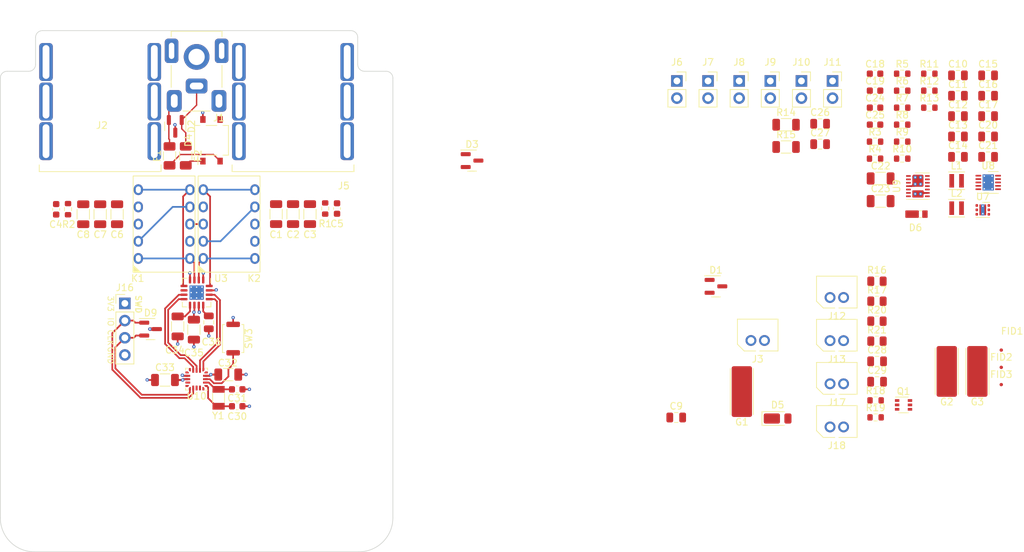
<source format=kicad_pcb>
(kicad_pcb (version 20221018) (generator pcbnew)
  (title_block (date "2023-01-12"))
  (layers (0 "F.Cu" mixed) (1 "In1.Cu" power) (2 "In2.Cu" power) (31 "B.Cu" mixed) (34 "B.Paste" user) (35 "F.Paste" user) (36 "B.SilkS" user "B.Silkscreen") (37 "F.SilkS" user "F.Silkscreen") (38 "B.Mask" user) (39 "F.Mask" user) (44 "Edge.Cuts" user))
  (net 0 "")
  (net 1 "+3V3")
  (net 2 "GND")
  (net 3 "/Input Output/AUDIO_OUT")
  (net 4 "AUDIO_IN_FILT")
  (net 5 "/Input Output/AUDIO_IN")
  (net 6 "DC_IN")
  (net 7 "/Power/V_SW_D2")
  (net 8 "+Vsw")
  (net 9 "-Vsw")
  (net 10 "+9V")
  (net 11 "-9V")
  (net 12 "AUDIO_OUT_FILT")
  (net 13 "Net-(U3-VCP)")
  (net 14 "/Input Output/DC_IN-")
  (net 15 "/Power/VBYPP")
  (net 16 "/Power/VBYPN")
  (net 17 "V_FTSW_A")
  (net 18 "V_FTSW_B")
  (net 19 "Net-(U3-VINT)")
  (net 21 "/Input Output/DC_IN_FUSED+")
  (net 22 "/Input Output/DC_IN_FUSED-")
  (net 23 "/Input Output/DC_IN+")
  (net 24 "/Input Output/BATT_SW_A")
  (net 25 "/Input Output/BATT_SW_B")
  (net 26 "AUDIO_IN_A")
  (net 27 "AUDIO_IN_B")
  (net 28 "/Power/FB2")
  (net 29 "/Power/FB1")
  (net 30 "/Power/+9VREG_FBP")
  (net 31 "/Power/-9VREG_FBN")
  (net 32 "AUDIO_OUT_A")
  (net 33 "AUDIO_OUT_B")
  (net 34 "/Footswitches/V_FTSW_RAW_A")
  (net 35 "/Footswitches/V_FTSW_RAW_B")
  (net 36 "/Footswitches/V_LEDB")
  (net 37 "/Footswitches/V_LEDA")
  (net 38 "VLED1")
  (net 39 "Net-(Q1B-D)")
  (net 40 "VLED2")
  (net 41 "Net-(Q1A-D)")
  (net 42 "Net-(U8-VREF)")
  (net 44 "/Switching/AUDIO_A_TO_B")
  (net 45 "/Power/VSW1")
  (net 46 "/Power/VSW2")
  (net 47 "/Power/5VREG_FB")
  (net 48 "Net-(U10-PC14)")
  (net 49 "Net-(U10-PC15)")
  (net 50 "/Microcontroller/K1_COIL_B")
  (net 51 "/Microcontroller/K1_COIL_A")
  (net 52 "SWDIO")
  (net 53 "/Microcontroller/K2_COIL_B")
  (net 54 "/Microcontroller/K2_COIL_A")
  (net 56 "/Microcontroller/H-BRIDGE1_IN1")
  (net 57 "/Microcontroller/H-BRIDGE1_IN2")
  (net 58 "RST")
  (net 59 "/Microcontroller/H-BRIDGE2_IN1")
  (net 60 "/Microcontroller/H-BRIDGE2_IN2")
  (net 61 "-9V_EN")
  (net 63 "/Switching/BYPASS_1")
  (net 64 "/Switching/BYPASS_2")
  (net 65 "SWDCK")
  (net 66 "+9V_EN")
  (footprint "Package_TO_SOT_SMD:SOT-23" (layer "F.Cu") (at 168.7 88.2)
    (fp_text reference "D3")
    (fp_text value "PESD12VL2BT,215")
  )
  (footprint "Capacitor_SMD:C_1206_3216Metric" (layer "F.Cu") (at 132.675 119.82 180)
    (fp_text reference "C32")
    (fp_text value "100nF")
  )
  (footprint "Capacitor_SMD:C_1206_3216Metric" (layer "F.Cu") (at 125.2 112.7 -90)
    (fp_text reference "C34")
    (fp_text value "10nF")
  )
  (footprint "Fuse:Fuse_1206_3216Metric" (layer "F.Cu") (at 124 87.5 90)
    (fp_text reference "F1")
    (fp_text value "PPTC")
  )
  (footprint "Capacitor_SMD:C_0805_2012Metric" (layer "F.Cu") (at 129.8 112.1 -90)
    (fp_text reference "C36")
    (fp_text value "22μF")
  )
  (footprint "Library:L_Taiyo-Yuden_NR-24xx" (layer "F.Cu") (at 240.3 91.18)
    (fp_text reference "L1")
    (fp_text value "15μH")
  )
  (footprint "Resistor_SMD:R_0603_1608Metric" (layer "F.Cu") (at 228.25 85.4)
    (fp_text reference "R3")
    (fp_text value "62kΩ")
  )
  (footprint "Capacitor_SMD:C_0805_2012Metric" (layer "F.Cu") (at 240.5 87.65)
    (fp_text reference "C14")
    (fp_text value "22μF")
  )
  (footprint "Resistor_SMD:R_0603_1608Metric" (layer "F.Cu") (at 232.26 77.87)
    (fp_text reference "R6")
    (fp_text value "62kΩ")
  )
  (footprint "Package_DFN_QFN:DFN-10-1EP_3x3mm_P0.5mm_EP1.65x2.38mm_ThermalVias" (layer "F.Cu") (at 244.97 91.43)
    (fp_text reference "U8")
    (fp_text value "LT3463")
  )
  (footprint "Library:Harwin_EMI_Finger_S7061-46R" (layer "F.Cu") (at 238.845 119.35)
    (fp_text reference "G2")
    (fp_text value "Chassis")
  )
  (footprint "Capacitor_SMD:C_1206_3216Metric" (layer "F.Cu") (at 123.325 120.62)
    (fp_text reference "C33")
    (fp_text value "100nF")
  )
  (footprint "Capacitor_SMD:C_0603_1608Metric" (layer "F.Cu") (at 148.75 95.28 -90)
    (fp_text reference "C5")
    (fp_text value "6pF")
  )
  (footprint "Crystal:Crystal_SMD_3215-2Pin_3.2x1.5mm" (layer "F.Cu") (at 131.25 123.25 -90)
    (fp_text reference "Y1")
    (fp_text value "830054236")
  )
  (footprint "Connector_PinSocket_2.54mm:PinSocket_1x02_P2.54mm_Vertical" (layer "F.Cu") (at 198.97 76.43)
    (fp_text reference "J6")
    (fp_text value "2P_HEADER")
  )
  (footprint "Fiducial:Fiducial_0.5mm_Mask1mm" (layer "F.Cu") (at 246.9 121.3)
    (fp_text reference "FID3")
    (fp_text value "Fiducial")
  )
  (footprint "Resistor_SMD:R_0603_1608Metric" (layer "F.Cu") (at 147 95.28 90)
    (fp_text reference "R1")
    (fp_text value "49.9kΩ")
  )
  (footprint "Library:TE_HPI_2.0MM_PITCH_MALE_HEADER_2POS" (layer "F.Cu") (at 222.6 122.93)
    (fp_text reference "J17")
    (fp_text value "6-440054-2")
  )
  (footprint "Capacitor_SMD:C_0603_1608Metric" (layer "F.Cu") (at 134 124.5)
    (fp_text reference "C30")
    (fp_text value "6pF")
  )
  (footprint "Library:Panasonic_TQ2-L2-5V" (layer "F.Cu") (at 132.8 97.58 90)
    (fp_text reference "K2")
    (fp_text value "TQ2-L2-3V3")
  )
  (footprint "Capacitor_SMD:C_1206_3216Metric" (layer "F.Cu") (at 113.750001 96.124999 -90)
    (fp_text reference "C7")
    (fp_text value "330nF")
  )
  (footprint "Package_DFN_QFN:Texas_S-PWQFN-N16_EP2.1x2.1mm_ThermalVias" (layer "F.Cu") (at 128 107.7 -90)
    (fp_text reference "U3")
    (fp_text value "DRV8833RTY")
  )
  (footprint "Capacitor_SMD:C_0805_2012Metric" (layer "F.Cu") (at 220.13 82.76)
    (fp_text reference "C26")
    (fp_text value "22μF")
  )
  (footprint "Capacitor_SMD:C_0805_2012Metric" (layer "F.Cu") (at 244.95 81.63)
    (fp_text reference "C17")
    (fp_text value "22μF")
  )
  (footprint "Fiducial:Fiducial_0.5mm_Mask1mm" (layer "F.Cu") (at 246.9 116.2)
    (fp_text reference "FID1")
    (fp_text value "Fiducial")
  )
  (footprint "Resistor_SMD:R_0603_1608Metric" (layer "F.Cu") (at 109.000001 95.375 -90)
    (fp_text reference "R2")
    (fp_text value "1MΩ")
  )
  (footprint "Capacitor_SMD:C_0603_1608Metric" (layer "F.Cu") (at 228.25 77.87)
    (fp_text reference "C19")
    (fp_text value "10nF")
  )
  (footprint "Resistor_SMD:R_0603_1608Metric" (layer "F.Cu") (at 236.27 77.87)
    (fp_text reference "R12")
    (fp_text value "78.7kΩ")
  )
  (footprint "Connector_PinSocket_2.54mm:PinSocket_1x02_P2.54mm_Vertical" (layer "F.Cu") (at 217.37 76.43)
    (fp_text reference "J10")
    (fp_text value "2P_HEADER")
  )
  (footprint "Capacitor_SMD:C_0805_2012Metric" (layer "F.Cu") (at 220.13 85.77)
    (fp_text reference "C27")
    (fp_text value "22μF")
  )
  (footprint "Package_TO_SOT_SMD:SOT-23" (layer "F.Cu") (at 121.2 113.1)
    (fp_text reference "D9")
    (fp_text value "PESD12VL2BT,215")
  )
  (footprint "Capacitor_SMD:C_0805_2012Metric" (layer "F.Cu") (at 244.95 87.65)
    (fp_text reference "C21")
    (fp_text value "22μF")
  )
  (footprint "Library:DE14MA" (layer "F.Cu") (at 234.58 91.975)
    (fp_text reference "U9")
    (fp_text value "LT3032")
  )
  (footprint "Library:Amphenol_ACJS-IHS" (layer "F.Cu") (at 142.25 79.83)
    (fp_text reference "J5")
    (fp_text value "1/4\" JACK, STEREO")
  )
  (footprint "Library:Harwin_EMI_Finger_S7061-46R" (layer "F.Cu") (at 208.565 122.33)
    (fp_text reference "G1")
    (fp_text value "Chassis")
  )
  (footprint "Resistor_SMD:R_0805_2012Metric" (layer "F.Cu") (at 228.53 111.93)
    (fp_text reference "R20")
    (fp_text value "47Ω")
  )
  (footprint "Capacitor_SMD:C_1206_3216Metric" (layer "F.Cu") (at 229.07 94.19)
    (fp_text reference "C23")
    (fp_text value "100nF")
  )
  (footprint "Resistor_SMD:R_0603_1608Metric" (layer "F.Cu") (at 232.26 82.89)
    (fp_text reference "R8")
    (fp_text value "62kΩ")
  )
  (footprint "Resistor_SMD:R_0805_2012Metric" (layer "F.Cu") (at 228.53 108.98)
    (fp_text reference "R17")
    (fp_text value "47Ω")
  )
  (footprint "Capacitor_SMD:C_0603_1608Metric" (layer "F.Cu") (at 228.25 75.36)
    (fp_text reference "C18")
    (fp_text value "10nF")
  )
  (footprint "Capacitor_SMD:C_0603_1608Metric" (layer "F.Cu") (at 228.25 80.38)
    (fp_text reference "C24")
    (fp_text value "10nF")
  )
  (footprint "Resistor_SMD:R_1206_3216Metric" (layer "F.Cu") (at 215.1 82.9)
    (fp_text reference "R14")
    (fp_text value "0Ω")
  )
  (footprint "Capacitor_SMD:C_1206_3216Metric" (layer "F.Cu") (at 144.75 96.105 90)
    (fp_text reference "C3")
    (fp_text value "330nF")
  )
  (footprint "Fiducial:Fiducial_0.5mm_Mask1mm" (layer "F.Cu") (at 246.9 118.75)
    (fp_text reference "FID2")
    (fp_text value "Fiducial")
  )
  (footprint "Capacitor_SMD:C_1206_3216Metric" (layer "F.Cu") (at 111.250002 96.125 -90)
    (fp_text reference "C8")
    (fp_text value "330nF")
  )
  (footprint "Capacitor_SMD:C_1206_3216Metric" (layer "F.Cu") (at 229.07 90.84)
    (fp_text reference "C22")
    (fp_text value "100nF")
  )
  (footprint "Package_TO_SOT_SMD:TO-269AA" (layer "F.Cu") (at 130.2 85.2 90)
    (fp_text reference "D4")
    (fp_text value "FULL BRIDGE")
  )
  (footprint "Capacitor_SMD:C_0805_2012Metric" (layer "F.Cu") (at 244.95 75.61)
    (fp_text reference "C15")
    (fp_text value "22μF")
  )
  (footprint "Package_TO_SOT_SMD:SOT-363_SC-70-6" (layer "F.Cu") (at 232.46 124.3)
    (fp_text reference "Q1")
    (fp_text value "Q_Dual_NMOS_S1G1D2S2G2D1")
  )
  (footprint "Capacitor_SMD:C_0603_1608Metric" (layer "F.Cu") (at 134 122)
    (fp_text reference "C31")
    (fp_text value "6pF")
  )
  (footprint "Resistor_SMD:R_0805_2012Metric" (layer "F.Cu") (at 228.53 106.03)
    (fp_text reference "R16")
    (fp_text value "47Ω")
  )
  (footprint "Capacitor_SMD:C_0805_2012Metric" (layer "F.Cu") (at 244.95 84.64)
    (fp_text reference "C20")
    (fp_text value "22μF")
  )
  (footprint "Resistor_SMD:R_0603_1608Metric" (layer "F.Cu") (at 232.26 85.4)
    (fp_text reference "R9")
    (fp_text value "499kΩ")
  )
  (footprint "Connector_PinSocket_2.54mm:PinSocket_1x02_P2.54mm_Vertical" (layer "F.Cu") (at 221.97 76.43)
    (fp_text reference "J11")
    (fp_text value "2P_HEADER")
  )
  (footprint "Library:L_Taiyo-Yuden_NR-24xx" (layer "F.Cu") (at 240.3 95.23)
    (fp_text reference "L2")
    (fp_text value "15μH")
  )
  (footprint "Capacitor_SMD:C_0805_2012Metric" (layer "F.Cu") (at 228.55 120.87)
    (fp_text reference "C29")
    (fp_text value "22μF")
  )
  (footprint "Resistor_SMD:R_1206_3216Metric" (layer "F.Cu") (at 215.1 86.19)
    (fp_text reference "R15")
    (fp_text value "0Ω")
  )
  (footprint "Resistor_SMD:R_0603_1608Metric" (layer "F.Cu") (at 236.27 75.36)
    (fp_text reference "R11")
    (fp_text value "78.7kΩ")
  )
  (footprint "Resistor_SMD:R_0603_1608Metric" (layer "F.Cu") (at 232.26 75.36)
    (fp_text reference "R5")
    (fp_text value "62kΩ")
  )
  (footprint "Library:Panasonic_TQ2-L2-5V" (layer "F.Cu") (at 123.2 97.58 90)
    (fp_text reference "K1")
    (fp_text value "TQ2-L2-3V3")
  )
  (footprint "Button_Switch_SMD:SW_Push_SPST_NO_Alps_SKRK" (layer "F.Cu") (at 133.4 114.5 -90)
    (fp_text reference "SW3")
    (fp_text value "SW_DIP_x01")
  )
  (footprint "Package_TO_SOT_SMD:SOT-23" (layer "F.Cu") (at 204.74 106.78)
    (fp_text reference "D1")
    (fp_text value "PESD12VL2BT,215")
  )
  (footprint "Capacitor_SMD:C_1206_3216Metric" (layer "F.Cu") (at 116.25 96.125 -90)
    (fp_text reference "C6")
    (fp_text value "330nF")
  )
  (footprint "Diode_SMD:D_PowerDI-123" (layer "F.Cu") (at 213.85 126.31)
    (fp_text reference "D5")
    (fp_text value "DFLZ13Q-7")
  )
  (footprint "Fuse:Fuse_1206_3216Metric" (layer "F.Cu") (at 126.4 87.5 90)
    (fp_text reference "F2")
    (fp_text value "PPTC")
  )
  (footprint "Connector_PinSocket_2.54mm:PinSocket_1x02_P2.54mm_Vertical" (layer "F.Cu") (at 208.17 76.43)
    (fp_text reference "J8")
    (fp_text value "2P_HEADER")
  )
  (footprint "Capacitor_SMD:C_0805_2012Metric" (layer "F.Cu") (at 244.95 78.62)
    (fp_text reference "C16")
    (fp_text value "22μF")
  )
  (footprint "Resistor_SMD:R_0805_2012Metric" (layer "F.Cu") (at 228.53 114.88)
    (fp_text reference "R21")
    (fp_text value "47Ω")
  )
  (footprint "Library:TE_HPI_2.0MM_PITCH_MALE_HEADER_2POS" (layer "F.Cu") (at 222.6 110.18)
    (fp_text reference "J12")
    (fp_text value "6-440054-2")
  )
  (footprint "Resistor_SMD:R_0603_1608Metric" (layer "F.Cu") (at 232.26 80.38)
    (fp_text reference "R7")
    (fp_text value "499kΩ")
  )
  (footprint "Package_TO_SOT_SMD:SOT-23" (layer "F.Cu") (at 124.85 83.1375 -90)
    (fp_text reference "D2")
    (fp_text value "PESD12VL2BT,215")
  )
  (footprint "Capacitor_SMD:C_0805_2012Metric" (layer "F.Cu") (at 198.87 126.16)
    (fp_text reference "C9")
    (fp_text value "22μF")
  )
  (footprint "Library:Amphenol_ACJS-IHS" (layer "F.Cu") (at 113.75 79.83)
    (fp_text reference "J2")
    (fp_text value "1/4\" JACK, STEREO")
  )
  (footprint "Capacitor_SMD:C_0805_2012Metric" (layer "F.Cu") (at 240.5 84.64)
    (fp_text reference "C13")
    (fp_text value "22μF")
  )
  (footprint "Resistor_SMD:R_0603_1608Metric" (layer "F.Cu") (at 236.27 80.38)
    (fp_text reference "R13")
    (fp_text value "499kΩ")
  )
  (footprint "Connector_PinHeader_2.54mm:PinHeader_1x04_P2.54mm_Vertical" (layer "F.Cu") (at 117.4 109.3)
    (fp_text reference "J16")
    (fp_text value "Conn_01x04_Pin")
  )
  (footprint "Capacitor_SMD:C_0805_2012Metric" (layer "F.Cu") (at 228.55 117.86)
    (fp_text reference "C28")
    (fp_text value "22μF")
  )
  (footprint "Connector_PinSocket_2.54mm:PinSocket_1x02_P2.54mm_Vertical" (layer "F.Cu") (at 212.77 76.43)
    (fp_text reference "J9")
    (fp_text value "2P_HEADER")
  )
  (footprint "Capacitor_SMD:C_0805_2012Metric" (layer "F.Cu") (at 240.5 78.62)
    (fp_text reference "C11")
    (fp_text value "22μF")
  )
  (footprint "Library:TE_HPI_2.0MM_PITCH_MALE_HEADER_2POS" (layer "F.Cu") (at 210.91 116.53)
    (fp_text reference "J3")
    (fp_text value "6-440054-2")
  )
  (footprint "Package_SON:WSON-6-1EP_2x2mm_P0.65mm_EP1x1.6mm_ThermalVias" (layer "F.Cu") (at 244.17 95.48)
    (fp_text reference "U7")
    (fp_text value "TLV767")
  )
  (footprint "Connector_PinSocket_2.54mm:PinSocket_1x02_P2.54mm_Vertical" (layer "F.Cu") (at 203.57 76.43)
    (fp_text reference "J7")
    (fp_text value "2P_HEADER")
  )
  (footprint "Capacitor_SMD:C_0805_2012Metric" (layer "F.Cu") (at 240.5 81.63)
    (fp_text reference "C12")
    (fp_text value "22μF")
  )
  (footprint "Capacitor_SMD:C_1206_3216Metric" (layer "F.Cu") (at 127.6 113.175 90)
    (fp_text reference "C35")
    (fp_text value "100nF")
  )
  (footprint "Capacitor_SMD:C_1206_3216Metric" (layer "F.Cu") (at 142.25 96.105 90)
    (fp_text reference "C2")
    (fp_text value "330nF")
  )
  (footprint "Resistor_SMD:R_0603_1608Metric" (layer "F.Cu") (at 228.33 123.63)
    (fp_text reference "R18")
    (fp_text value "10kΩ")
  )
  (footprint "Capacitor_SMD:C_0805_2012Metric" (layer "F.Cu") (at 240.5 75.61)
    (fp_text reference "C10")
    (fp_text value "22μF")
  )
  (footprint "Resistor_SMD:R_0603_1608Metric" (layer "F.Cu") (at 232.26 87.91)
    (fp_text reference "R10")
    (fp_text value "499kΩ")
  )
  (footprint "Resistor_SMD:R_0603_1608Metric" (layer "F.Cu") (at 228.25 87.91)
    (fp_text reference "R4")
    (fp_text value "10kΩ")
  )
  (footprint "Package_DFN_QFN:ST_UFQFPN-20_3x3mm_P0.5mm" (layer "F.Cu") (at 128 120.5 180)
    (fp_text reference "U10")
    (fp_text value "STM32L011F3Ux")
  )
  (footprint "Resistor_SMD:R_0603_1608Metric" (layer "F.Cu") (at 228.33 126.14)
    (fp_text reference "R19")
    (fp_text value "10kΩ")
  )
  (footprint "Library:CUI_PJ-047" (layer "F.Cu") (at 128 79.38)
    (fp_text reference "J1")
    (fp_text value "DC POWER JACK")
  )
  (footprint "Library:TE_HPI_2.0MM_PITCH_MALE_HEADER_2POS" (layer "F.Cu") (at 222.6 116.555)
    (fp_text reference "J13")
    (fp_text value "6-440054-2")
  )
  (footprint "Library:SOD-323HE" (layer "F.Cu") (at 234.22 96.11)
    (fp_text reference "D6")
    (fp_text value "RSX051VAM30TR ")
  )
  (footprint "Library:Harwin_EMI_Finger_S7061-46R" (layer "F.Cu") (at 243.365 119.35)
    (fp_text reference "G3")
    (fp_text value "Chassis")
  )
  (footprint "Capacitor_SMD:C_1206_3216Metric" (layer "F.Cu") (at 139.75 96.105 90)
    (fp_text reference "C1")
    (fp_text value "330nF")
  )
  (footprint "Capacitor_SMD:C_0603_1608Metric" (layer "F.Cu") (at 228.25 82.89)
    (fp_text reference "C25")
    (fp_text value "10nF")
  )
  (footprint "Capacitor_SMD:C_0603_1608Metric" (layer "F.Cu") (at 107.250001 95.4 90)
    (fp_text reference "C4")
    (fp_text value "6pF")
  )
  (footprint "Library:TE_HPI_2.0MM_PITCH_MALE_HEADER_2POS" (layer "F.Cu") (at 222.6 129.305)
    (fp_text reference "J18")
    (fp_text value "6-440054-2")
  )
  (gr_arc (start 104.207107 74) (mid 103.914215 74.707108) (end 103.207107 75) (stroke (width 0.1)) (layer "Edge.Cuts"))
  (gr_arc (start 152.807107 75) (mid 152.099997 74.70711) (end 151.807107 74) (stroke (width 0.1)) (layer "Edge.Cuts"))
  (gr_line (start 156 75) (end 152.807107 75) (stroke (width 0.1)) (layer "Edge.Cuts"))
  (gr_arc (start 150.807107 69) (mid 151.51421 69.292897) (end 151.807107 70) (stroke (width 0.1)) (layer "Edge.Cuts"))
  (gr_line (start 99 76) (end 99 141) (stroke (width 0.1)) (layer "Edge.Cuts"))
  (gr_line (start 150.807107 69) (end 105.207107 69) (stroke (width 0.1)) (layer "Edge.Cuts"))
  (gr_arc (start 99 76) (mid 99.292893 75.292893) (end 100 75) (stroke (width 0.1)) (layer "Edge.Cuts"))
  (gr_line (start 152 146) (end 104 146) (stroke (width 0.1)) (layer "Edge.Cuts"))
  (gr_line (start 103.207107 75) (end 100 75) (stroke (width 0.1)) (layer "Edge.Cuts"))
  (gr_arc (start 104.207107 70) (mid 104.500002 69.292895) (end 105.207107 69) (stroke (width 0.1)) (layer "Edge.Cuts"))
  (gr_line (start 157 141) (end 157 76) (stroke (width 0.1)) (layer "Edge.Cuts"))
  (gr_line (start 151.807107 74) (end 151.807107 70) (stroke (width 0.1)) (layer "Edge.Cuts"))
  (gr_arc (start 156 75) (mid 156.707107 75.292893) (end 157 76) (stroke (width 0.1)) (layer "Edge.Cuts"))
  (gr_arc (start 104 146) (mid 100.464466 144.535534) (end 99 141) (stroke (width 0.1)) (layer "Edge.Cuts"))
  (gr_arc (start 157 141) (mid 155.535534 144.535534) (end 152 146) (stroke (width 0.1)) (layer "Edge.Cuts"))
  (gr_line (start 104.207107 70) (end 104.207107 74) (stroke (width 0.1)) (layer "Edge.Cuts"))
  (gr_text "SWD" (at 118.9 108 270) (layer "F.SilkS") (effects (font (size 0.85 0.85) (thickness 0.17) bold) (justify left bottom)))
  (gr_text "3V3" (at 114.8 108.1 -90) (layer "F.SilkS") (effects (font (size 0.85 0.85) (thickness 0.12)) (justify left bottom)))
  (gr_text "IO" (at 114.8 111.3 -90) (layer "F.SilkS") (effects (font (size 0.85 0.85) (thickness 0.12)) (justify left bottom)))
  (gr_text "GND" (at 114.8 115.6 -90) (layer "F.SilkS") (effects (font (size 0.85 0.85) (thickness 0.12)) (justify left bottom)))
  (gr_text "CLK" (at 114.8 113.1 -90) (layer "F.SilkS") (effects (font (size 0.85 0.85) (thickness 0.12)) (justify left bottom)))
  (segment (start 129.92 120) (end 129.3 120) (width 0.3) (layer "F.Cu") (net 1))
  (segment (start 127.675 110.525) (end 127.6 110.6) (width 0.254) (layer "F.Cu") (net 1))
  (segment (start 125.943604 120.62) (end 124.8 120.62) (width 0.3) (layer "F.Cu") (net 1))
  (segment (start 130.825 107.375) (end 130.9 107.3) (width 0.254) (layer "F.Cu") (net 1))
  (segment (start 125.943604 120.62) (end 126.063604 120.5) (width 0.3) (layer "F.Cu") (net 1))
  (segment (start 127.675 109.5625) (end 127.675 110.525) (width 0.254) (layer "F.Cu") (net 1))
  (segment (start 127.6 110.6) (end 127.6 111.7) (width 0.254) (layer "F.Cu") (net 1))
  (segment (start 129.8625 107.375) (end 130.825 107.375) (width 0.254) (layer "F.Cu") (net 1))
  (segment (start 125.2 114.175) (end 125.2 115.3) (width 0.254) (layer "F.Cu") (net 1))
  (segment (start 130.1 119.82) (end 131.2 119.82) (width 0.3) (layer "F.Cu") (net 1))
  (segment (start 126.063604 120.5) (end 126.7 120.5) (width 0.3) (layer "F.Cu") (net 1))
  (segment (start 130.1 119.82) (end 129.92 120) (width 0.3) (layer "F.Cu") (net 1))
  (via (at 127.6 110.6) (size 0.5) (drill 0.2) (layers "F.Cu" "B.Cu") (net 1))
  (via (at 130.9 107.3) (size 0.5) (drill 0.2) (layers "F.Cu" "B.Cu") (net 1))
  (via (at 130.1 119.82) (size 0.5) (drill 0.2) (layers "F.Cu" "B.Cu") (net 1))
  (via (at 125.2 115.3) (size 0.5) (drill 0.2) (layers "F.Cu" "B.Cu") (net 1))
  (via (at 125.943604 120.62) (size 0.5) (drill 0.2) (layers "F.Cu" "B.Cu") (net 1))
  (segment (start 124.85 84.075) (end 124.85 82.95) (width 0.254) (layer "F.Cu") (net 2))
  (segment (start 128.325 110.525) (end 128.4 110.6) (width 0.254) (layer "F.Cu") (net 2))
  (segment (start 125.98 120) (end 125.9 119.92) (width 0.254) (layer "F.Cu") (net 2))
  (segment (start 127.025 105.8375) (end 127.025 104.825) (width 0.254) (layer "F.Cu") (net 2))
  (segment (start 135.28 119.82) (end 135.3 119.8) (width 0.254) (layer "F.Cu") (net 2))
  (segment (start 121.85 120.62) (end 120.72 120.62) (width 0.254) (layer "F.Cu") (net 2))
  (segment (start 124.85 82.95) (end 124.8 82.9) (width 0.254) (layer "F.Cu") (net 2))
  (segment (start 127.6 114.65) (end 127.6 115.7) (width 0.254) (layer "F.Cu") (net 2))
  (segment (start 134.775 124.5) (end 135.8 124.5) (width 0.254) (layer "F.Cu") (net 2))
  (segment (start 128.975 105.8375) (end 128.975 104.825) (width 0.254) (layer "F.Cu") (net 2))
  (segment (start 127.025 104.825) (end 127 104.8) (width 0.254) (layer "F.Cu") (net 2))
  (segment (start 122.1375 113.1) (end 121.1 113.1) (width 0.508) (layer "F.Cu") (net 2))
  (segment (start 128.93 81.13) (end 128.9 81.1) (width 0.254) (layer "F.Cu") (net 2))
  (segment (start 134.775 122) (end 135.8 122) (width 0.254) (layer "F.Cu") (net 2))
  (segment (start 129.8 113.05) (end 129.8 114.1) (width 0.254) (layer "F.Cu") (net 2))
  (segment (start 126.7 120) (end 125.98 120) (width 0.3) (layer "F.Cu") (net 2))
  (segment (start 133.4 112.4) (end 133.4 111.400002) (width 0.254) (layer "F.Cu") (net 2))
  (segment (start 128.325 109.5625) (end 128.325 110.525) (width 0.254) (layer "F.Cu") (net 2))
  (segment (start 128.93 82.125) (end 128.93 81.13) (width 0.254) (layer "F.Cu") (net 2))
  (segment (start 128.975 104.825) (end 129 104.8) (width 0.254) (layer "F.Cu") (net 2))
  (segment (start 134.15 119.82) (end 135.28 119.82) (width 0.254) (layer "F.Cu") (net 2))
  (segment (start 120.72 120.62) (end 120.7 120.6) (width 0.254) (layer "F.Cu") (net 2))
  (via (at 127 104.8) (size 0.5) (drill 0.2) (layers "F.Cu" "B.Cu") (net 2))
  (via (at 121.1 113.1) (size 0.5) (drill 0.2) (layers "F.Cu" "B.Cu") (net 2))
  (via (at 135.8 122) (size 0.5) (drill 0.2) (layers "F.Cu" "B.Cu") (net 2))
  (via (at 120.7 120.6) (size 0.5) (drill 0.2) (layers "F.Cu" "B.Cu") (net 2))
  (via (at 124.8 82.9) (size 0.5) (drill 0.2) (layers "F.Cu" "B.Cu") (net 2))
  (via (at 128.4 110.6) (size 0.5) (drill 0.2) (layers "F.Cu" "B.Cu") (net 2))
  (via (at 135.8 124.5) (size 0.5) (drill 0.2) (layers "F.Cu" "B.Cu") (net 2))
  (via (at 135.3 119.8) (size 0.5) (drill 0.2) (layers "F.Cu" "B.Cu") (net 2))
  (via (at 128.9 81.1) (size 0.5) (drill 0.2) (layers "F.Cu" "B.Cu") (net 2))
  (via (at 133.4 111.400002) (size 0.5) (drill 0.2) (layers "F.Cu" "B.Cu") (net 2))
  (via (at 129.8 114.1) (size 0.5) (drill 0.2) (layers "F.Cu" "B.Cu") (net 2))
  (via (at 125.9 119.92) (size 0.5) (drill 0.2) (layers "F.Cu" "B.Cu") (net 2))
  (via (at 129 104.8) (size 0.5) (drill 0.2) (layers "F.Cu" "B.Cu") (net 2))
  (via (at 127.6 115.7) (size 0.5) (drill 0.2) (layers "F.Cu" "B.Cu") (net 2))
  (segment (start 127.025 109.5625) (end 127.025 110.475) (width 0.254) (layer "F.Cu") (net 13))
  (segment (start 127.025 110.475) (end 126.275 111.225) (width 0.254) (layer "F.Cu") (net 13))
  (segment (start 126.275 111.225) (end 125.2 111.225) (width 0.254) (layer "F.Cu") (net 13))
  (segment (start 124 85.1) (end 124 86.1) (width 0.2) (layer "F.Cu") (net 14))
  (segment (start 123.9 82.2) (end 123.9 80.18) (width 0.2) (layer "F.Cu") (net 14))
  (segment (start 123.9 85) (end 124 85.1) (width 0.2) (layer "F.Cu") (net 14))
  (segment (start 123.9 82.2) (end 123.9 85) (width 0.2) (layer "F.Cu") (net 14))
  (segment (start 123.9 80.18) (end 124.7 79.38) (width 0.2) (layer "F.Cu") (net 14))
  (segment (start 129.65 111.15) (end 129.8 111.15) (width 0.254) (layer "F.Cu") (net 19))
  (segment (start 128.975 110.475) (end 129.65 111.15) (width 0.254) (layer "F.Cu") (net 19))
  (segment (start 128.975 109.5625) (end 128.975 110.475) (width 0.254) (layer "F.Cu") (net 19))
  (segment (start 126.4 88.9) (end 127.025 88.275) (width 0.2) (layer "F.Cu") (net 21))
  (segment (start 127.025 88.275) (end 128.93 88.275) (width 0.2) (layer "F.Cu") (net 21))
  (segment (start 124 88.9) (end 125.6 87.3) (width 0.2) (layer "F.Cu") (net 22))
  (segment (start 125.6 87.3) (end 130.495 87.3) (width 0.2) (layer "F.Cu") (net 22))
  (segment (start 130.495 87.3) (end 131.47 88.275) (width 0.2) (layer "F.Cu") (net 22))
  (segment (start 125.8 82.2) (end 125.8 83.5) (width 0.2) (layer "F.Cu") (net 23))
  (segment (start 128 80) (end 128 77.18) (width 0.2) (layer "F.Cu") (net 23))
  (segment (start 125.8 83.5) (end 126.4 84.1) (width 0.2) (layer "F.Cu") (net 23))
  (segment (start 126.4 84.1) (end 126.4 86.1) (width 0.2) (layer "F.Cu") (net 23))
  (segment (start 125.8 82.2) (end 128 80) (width 0.2) (layer "F.Cu") (net 23))
  (segment (start 127.01 97.58) (end 128.99 97.58) (width 0.254) (layer "F.Cu") (net 44))
  (segment (start 131.25 124.5) (end 133.225 124.5) (width 0.254) (layer "F.Cu") (net 48))
  (segment (start 129.7 123.3) (end 130.9 124.5) (width 0.254) (layer "F.Cu") (net 48))
  (segment (start 129.7 121.7) (end 129.7 123.3) (width 0.254) (layer "F.Cu") (net 48))
  (segment (start 130.9 124.5) (end 131.25 124.5) (width 0.254) (layer "F.Cu") (net 48))
  (segment (start 129.475 121.5) (end 129.5 121.5) (width 0.254) (layer "F.Cu") (net 48))
  (segment (start 129.5 121.5) (end 129.7 121.7) (width 0.254) (layer "F.Cu") (net 48))
  (segment (start 131.25 122) (end 130.8 122) (width 0.254) (layer "F.Cu") (net 49))
  (segment (start 130.8 122) (end 129.8 121) (width 0.254) (layer "F.Cu") (net 49))
  (segment (start 131.25 122) (end 133.225 122) (width 0.254) (layer "F.Cu") (net 49))
  (segment (start 129.8 121) (end 129.3 121) (width 0.254) (layer "F.Cu") (net 49))
  (segment (start 127.675 103.325) (end 127.01 102.66) (width 0.254) (layer "F.Cu") (net 50))
  (segment (start 127.675 105.8375) (end 127.675 103.325) (width 0.254) (layer "F.Cu") (net 50))
  (segment (start 127.01 102.66) (end 119.39 102.66) (width 0.254) (layer "B.Cu") (net 50))
  (segment (start 126.008 106.5955) (end 126.008 93.502) (width 0.254) (layer "F.Cu") (net 51))
  (segment (start 126.008 93.502) (end 127.01 92.5) (width 0.254) (layer "F.Cu") (net 51))
  (segment (start 126.1375 106.725) (end 126.008 106.5955) (width 0.254) (layer "F.Cu") (net 51))
  (segment (start 127.01 92.5) (end 119.39 92.5) (width 0.254) (layer "B.Cu") (net 51))
  (segment (start 118.95 112.15) (end 118.64 111.84) (width 0.254) (layer "F.Cu") (net 52))
  (segment (start 119.711948 123.254) (end 126.842053 123.254) (width 0.254) (layer "F.Cu") (net 52))
  (segment (start 117.4 111.84) (end 115.546 113.694) (width 0.254) (layer "F.Cu") (net 52))
  (segment (start 115.546 113.694) (end 115.546 119.088052) (width 0.254) (layer "F.Cu") (net 52))
  (segment (start 115.546 119.088052) (end 119.711948 123.254) (width 0.254) (layer "F.Cu") (net 52))
  (segment (start 127.5 122.596053) (end 127.5 121.8) (width 0.254) (layer "F.Cu") (net 52))
  (segment (start 120.2625 112.15) (end 118.95 112.15) (width 0.254) (layer "F.Cu") (net 52))
  (segment (start 126.842053 123.254) (end 127.5 122.596053) (width 0.254) (layer "F.Cu") (net 52))
  (segment (start 118.64 111.84) (end 117.4 111.84) (width 0.254) (layer "F.Cu") (net 52))
  (segment (start 128.325 105.8375) (end 128.325 103.325) (width 0.254) (layer "F.Cu") (net 53))
  (segment (start 128.325 103.325) (end 128.99 102.66) (width 0.254) (layer "F.Cu") (net 53))
  (segment (start 128.99 102.66) (end 136.61 102.66) (width 0.254) (layer "B.Cu") (net 53))
  (segment (start 129.992 106.5955) (end 129.992 93.502) (width 0.254) (layer "F.Cu") (net 54))
  (segment (start 129.992 93.502) (end 128.99 92.5) (width 0.254) (layer "F.Cu") (net 54))
  (segment (start 129.8625 106.725) (end 129.992 106.5955) (width 0.254) (layer "F.Cu") (net 54))
  (segment (start 128.99 92.5) (end 136.61 92.5) (width 0.254) (layer "B.Cu") (net 54))
  (segment (start 123.346 115.288053) (end 125.457947 117.4) (width 0.254) (layer "F.Cu") (net 56))
  (segment (start 125.374999 108.025) (end 123.346 110.054) (width 0.254) (layer "F.Cu") (net 56))
  (segment (start 127.5 118.688052) (end 127.5 119.2) (width 0.254) (layer "F.Cu") (net 56))
  (segment (start 123.346 110.054) (end 123.346 115.288053) (width 0.254) (layer "F.Cu") (net 56))
  (segment (start 126.211948 117.4) (end 127.5 118.688052) (width 0.254) (layer "F.Cu") (net 56))
  (segment (start 125.457947 117.4) (end 126.211948 117.4) (width 0.254) (layer "F.Cu") (net 56))
  (segment (start 126.1375 108.025) (end 125.374999 108.025) (width 0.254) (layer "F.Cu") (net 56))
  (segment (start 125.367052 108.675) (end 126.1375 108.675) (width 0.254) (layer "F.Cu") (net 57))
  (segment (start 123.8 115.1) (end 123.8 110.242052) (width 0.254) (layer "F.Cu") (net 57))
  (segment (start 126.4 116.946) (end 125.646 116.946) (width 0.254) (layer "F.Cu") (net 57))
  (segment (start 125.646 116.946) (end 123.8 115.1) (width 0.254) (layer "F.Cu") (net 57))
  (segment (start 128 118.546) (end 126.4 116.946) (width 0.254) (layer "F.Cu") (net 57))
  (segment (start 128 119.2) (end 128 118.546) (width 0.254) (layer "F.Cu") (net 57))
  (segment (start 123.8 110.242052) (end 125.367052 108.675) (width 0.254) (layer "F.Cu") (net 57))
  (segment (start 132.102 120.698) (end 132.7 120.1) (width 0.254) (layer "F.Cu") (net 58))
  (segment (start 132.7 119) (end 133.4 118.3) (width 0.254) (layer "F.Cu") (net 58))
  (segment (start 129.954 120.5) (end 130.554 121.1) (width 0.254) (layer "F.Cu") (net 58))
  (segment (start 132.7 120.1) (end 132.7 119) (width 0.254) (layer "F.Cu") (net 58))
  (segment (start 132.102 120.709001) (end 132.102 120.698) (width 0.254) (layer "F.Cu") (net 58))
  (segment (start 133.4 118.3) (end 133.4 116.6) (width 0.254) (layer "F.Cu") (net 58))
  (segment (start 130.554 121.1) (end 131.711001 121.1) (width 0.254) (layer "F.Cu") (net 58))
  (segment (start 129.3 120.5) (end 129.954 120.5) (width 0.254) (layer "F.Cu") (net 58))
  (segment (start 131.711001 121.1) (end 132.102 120.709001) (width 0.254) (layer "F.Cu") (net 58))
  (segment (start 128.5 117.723) (end 131 115.223) (width 0.254) (layer "F.Cu") (net 59))
  (segment (start 129.8625 108.675) (end 130.675 108.675) (width 0.254) (layer "F.Cu") (net 59))
  (segment (start 131 109) (end 131 115.223) (width 0.254) (layer "F.Cu") (net 59))
  (segment (start 130.675 108.675) (end 131 109) (width 0.254) (layer "F.Cu") (net 59))
  (segment (start 128.5 119.2) (end 128.5 117.723) (width 0.254) (layer "F.Cu") (net 59))
  (segment (start 131.454 108.811948) (end 131.454 115.411053) (width 0.254) (layer "F.Cu") (net 60))
  (segment (start 129.8625 108.025) (end 130.667052 108.025) (width 0.254) (layer "F.Cu") (net 60))
  (segment (start 130.667052 108.025) (end 131.454 108.811948) (width 0.254) (layer "F.Cu") (net 60))
  (segment (start 129 117.865053) (end 131.454 115.411053) (width 0.254) (layer "F.Cu") (net 60))
  (segment (start 129 119.025) (end 129 117.865053) (width 0.254) (layer "F.Cu") (net 60))
  (segment (start 127.01 95.04) (end 124.47 95.04) (width 0.254) (layer "B.Cu") (net 63))
  (segment (start 124.47 95.04) (end 119.39 100.12) (width 0.254) (layer "B.Cu") (net 63))
  (segment (start 128.99 100.12) (end 131.53 100.12) (width 0.254) (layer "B.Cu") (net 64))
  (segment (start 131.53 100.12) (end 136.61 95.04) (width 0.254) (layer "B.Cu") (net 64))
  (segment (start 120.2625 114.05) (end 119.05 114.05) (width 0.254) (layer "F.Cu") (net 65))
  (segment (start 117.4 114.38) (end 116 115.78) (width 0.254) (layer "F.Cu") (net 65))
  (segment (start 116 115.78) (end 116 118.9) (width 0.254) (layer "F.Cu") (net 65))
  (segment (start 127 122.454) (end 127 121.975) (width 0.254) (layer "F.Cu") (net 65))
  (segment (start 126.654 122.8) (end 127 122.454) (width 0.254) (layer "F.Cu") (net 65))
  (segment (start 116 118.9) (end 119.9 122.8) (width 0.254) (layer "F.Cu") (net 65))
  (segment (start 119.9 122.8) (end 126.654 122.8) (width 0.254) (layer "F.Cu") (net 65))
  (segment (start 119.05 114.05) (end 118.72 114.38) (width 0.254) (layer "F.Cu") (net 65))
  (segment (start 118.72 114.38) (end 117.4 114.38) (width 0.254) (layer "F.Cu") (net 65))
)
</source>
